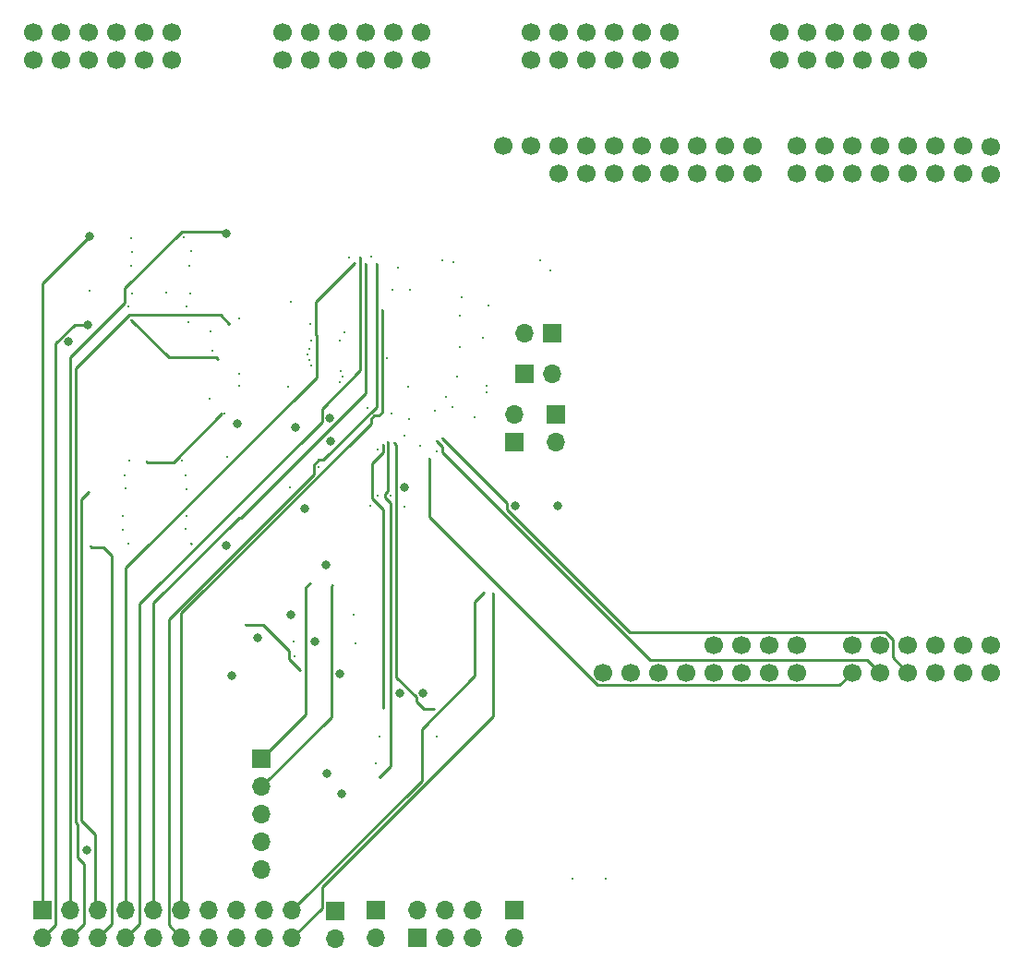
<source format=gbr>
%TF.GenerationSoftware,KiCad,Pcbnew,(6.0.7)*%
%TF.CreationDate,2023-05-12T14:40:02+05:30*%
%TF.ProjectId,DSP_board,4453505f-626f-4617-9264-2e6b69636164,rev?*%
%TF.SameCoordinates,Original*%
%TF.FileFunction,Copper,L2,Inr*%
%TF.FilePolarity,Positive*%
%FSLAX46Y46*%
G04 Gerber Fmt 4.6, Leading zero omitted, Abs format (unit mm)*
G04 Created by KiCad (PCBNEW (6.0.7)) date 2023-05-12 14:40:02*
%MOMM*%
%LPD*%
G01*
G04 APERTURE LIST*
%TA.AperFunction,ComponentPad*%
%ADD10R,1.700000X1.700000*%
%TD*%
%TA.AperFunction,ComponentPad*%
%ADD11O,1.700000X1.700000*%
%TD*%
%TA.AperFunction,ComponentPad*%
%ADD12C,1.700000*%
%TD*%
%TA.AperFunction,ViaPad*%
%ADD13C,0.300000*%
%TD*%
%TA.AperFunction,ViaPad*%
%ADD14C,0.800000*%
%TD*%
%TA.AperFunction,Conductor*%
%ADD15C,0.250000*%
%TD*%
G04 APERTURE END LIST*
D10*
%TO.N,Igrid3*%
%TO.C,JVSI1*%
X100120000Y-140610000D03*
D11*
%TO.N,Vgrid3*%
X100120000Y-143150000D03*
%TO.N,Igrid2*%
X102660000Y-140610000D03*
%TO.N,Vgrid2*%
X102660000Y-143150000D03*
%TO.N,Igrid1*%
X105200000Y-140610000D03*
%TO.N,Vgrid1*%
X105200000Y-143150000D03*
%TO.N,OCD_grid1*%
X107740000Y-140610000D03*
%TO.N,OCD_grd2*%
X107740000Y-143150000D03*
%TO.N,OCD_grid3*%
X110280000Y-140610000D03*
%TO.N,ctrl_gnd*%
X110280000Y-143150000D03*
%TO.N,vsi_ready*%
X112820000Y-140610000D03*
%TO.N,vsi_fault*%
X112820000Y-143150000D03*
%TO.N,VSI32*%
X115360000Y-140610000D03*
%TO.N,VSI31*%
X115360000Y-143150000D03*
%TO.N,VSI22*%
X117900000Y-140610000D03*
%TO.N,VSI21*%
X117900000Y-143150000D03*
%TO.N,VSI12*%
X120440000Y-140610000D03*
%TO.N,VSI11*%
X120440000Y-143150000D03*
%TO.N,SCL*%
X122980000Y-140610000D03*
%TO.N,SDA*%
X122980000Y-143150000D03*
%TD*%
D10*
%TO.N,Net-(IC5-Pad41)*%
%TO.C,J1*%
X147130000Y-95130000D03*
D11*
%TO.N,Net-(J1-Pad2)*%
X147130000Y-97670000D03*
%TD*%
D10*
%TO.N,Net-(IC5-Pad49)*%
%TO.C,J3*%
X144305000Y-91440000D03*
D11*
%TO.N,Net-(J3-Pad2)*%
X146845000Y-91440000D03*
%TD*%
D10*
%TO.N,Analog_in1*%
%TO.C,J9*%
X120180000Y-126700000D03*
D11*
%TO.N,Analog_in2*%
X120180000Y-129240000D03*
%TO.N,Analog_in3*%
X120180000Y-131780000D03*
%TO.N,Analog_in4*%
X120180000Y-134320000D03*
%TO.N,Analog_in5*%
X120180000Y-136860000D03*
%TD*%
D10*
%TO.N,Net-(J2-Pad1)*%
%TO.C,J2*%
X143380000Y-97705000D03*
D11*
%TO.N,Net-(IC5-Pad41)*%
X143380000Y-95165000D03*
%TD*%
D12*
%TO.N,unconnected-(B1-Pad1)*%
%TO.C,B1*%
X151465000Y-118800000D03*
%TO.N,unconnected-(B1-Pad2)*%
X154005000Y-118800000D03*
%TO.N,unconnected-(B1-Pad3)*%
X156545000Y-118800000D03*
%TO.N,FPGA_3v3*%
X159085000Y-118800000D03*
%TO.N,unconnected-(B1-Pad5)*%
X161625000Y-118800000D03*
%TO.N,ctrl_gnd*%
X164165000Y-118800000D03*
X166705000Y-118800000D03*
%TO.N,ctrl_15*%
X169245000Y-118800000D03*
%TO.N,unconnected-(B1-Pad10)*%
X161625000Y-116260000D03*
%TO.N,unconnected-(B1-Pad11)*%
X164165000Y-116260000D03*
%TO.N,unconnected-(B1-Pad12)*%
X166705000Y-116260000D03*
%TO.N,unconnected-(B1-Pad13)*%
X169245000Y-116260000D03*
%TO.N,dc_ready*%
X174325000Y-118800000D03*
%TO.N,dc_fault*%
X176865000Y-118800000D03*
%TO.N,OCD_leakage*%
X179405000Y-118800000D03*
%TO.N,unconnected-(B1-Pad17)*%
X181945000Y-118800000D03*
%TO.N,unconnected-(B1-Pad18)*%
X184485000Y-118800000D03*
%TO.N,unconnected-(B1-Pad19)*%
X187025000Y-118800000D03*
%TO.N,unconnected-(B1-Pad20)*%
X174325000Y-116260000D03*
%TO.N,unconnected-(B1-Pad21)*%
X176865000Y-116260000D03*
%TO.N,unconnected-(B1-Pad22)*%
X179405000Y-116260000D03*
%TO.N,unconnected-(B1-Pad23)*%
X181945000Y-116260000D03*
%TO.N,unconnected-(B1-Pad24)*%
X184485000Y-116260000D03*
%TO.N,unconnected-(B1-Pad25)*%
X187025000Y-116260000D03*
%TO.N,batt_ready*%
X147435000Y-73060000D03*
%TO.N,batt_fault*%
X149975000Y-73060000D03*
%TO.N,DAB2_PWM22*%
X152515000Y-73060000D03*
%TO.N,DAB2_PWM21*%
X155055000Y-73060000D03*
%TO.N,DAB2_PWM12*%
X157595000Y-73060000D03*
%TO.N,DAB2_PWM11*%
X160135000Y-73060000D03*
%TO.N,DAB1PWM22*%
X162675000Y-73060000D03*
%TO.N,DAB1PWM21*%
X165215000Y-73060000D03*
%TO.N,DAB1PWM12*%
X169245000Y-73060000D03*
%TO.N,DAB1PWM11*%
X171785000Y-73060000D03*
%TO.N,VSI32*%
X174325000Y-73060000D03*
%TO.N,VSI31*%
X176865000Y-73060000D03*
%TO.N,VSI22*%
X179405000Y-73060000D03*
%TO.N,VSI21*%
X181945000Y-73060000D03*
%TO.N,VSI12*%
X184485000Y-73060000D03*
%TO.N,VSI11*%
X187025000Y-73080000D03*
%TO.N,SCL*%
X142355000Y-70520000D03*
%TO.N,SDA*%
X144895000Y-70520000D03*
%TO.N,unconnected-(B1-Pad44)*%
X147435000Y-70520000D03*
%TO.N,unconnected-(B1-Pad45)*%
X149975000Y-70520000D03*
%TO.N,vsi_ready*%
X152515000Y-70520000D03*
%TO.N,vsi_fault*%
X155055000Y-70520000D03*
%TO.N,OCD_grid3*%
X157595000Y-70520000D03*
%TO.N,OCD_grd2*%
X160135000Y-70520000D03*
%TO.N,OCD_grid1*%
X162675000Y-70520000D03*
%TO.N,/controller_sheet/en_dab*%
X165215000Y-70520000D03*
%TO.N,/controller_sheet/en_vsi*%
X169245000Y-70520000D03*
%TO.N,/controller_sheet/pwm_dabb2*%
X171785000Y-70520000D03*
%TO.N,/controller_sheet/pwm_daba2*%
X174325000Y-70520000D03*
%TO.N,/controller_sheet/pwmVSI3*%
X176865000Y-70520000D03*
%TO.N,/controller_sheet/pwmVSI2*%
X179405000Y-70520000D03*
%TO.N,/controller_sheet/pwmVSI1*%
X181945000Y-70520000D03*
%TO.N,/controller_sheet/pwm_dabb1*%
X184485000Y-70520000D03*
%TO.N,/controller_sheet/pwm_daba1*%
X187025000Y-70540000D03*
%TO.N,unconnected-(B1-Pad60)*%
X99275000Y-62580000D03*
%TO.N,unconnected-(B1-Pad61)*%
X101815000Y-62580000D03*
%TO.N,unconnected-(B1-Pad62)*%
X104355000Y-62580000D03*
%TO.N,unconnected-(B1-Pad63)*%
X106895000Y-62580000D03*
%TO.N,unconnected-(B1-Pad64)*%
X109435000Y-62580000D03*
%TO.N,unconnected-(B1-Pad65)*%
X111975000Y-62580000D03*
%TO.N,unconnected-(B1-Pad66)*%
X99275000Y-60040000D03*
%TO.N,unconnected-(B1-Pad67)*%
X101815000Y-60040000D03*
%TO.N,unconnected-(B1-Pad68)*%
X104355000Y-60040000D03*
%TO.N,unconnected-(B1-Pad69)*%
X106895000Y-60040000D03*
%TO.N,unconnected-(B1-Pad70)*%
X109435000Y-60040000D03*
%TO.N,unconnected-(B1-Pad71)*%
X111975000Y-60040000D03*
%TO.N,unconnected-(B1-Pad72)*%
X122075000Y-62580000D03*
%TO.N,unconnected-(B1-Pad73)*%
X124615000Y-62580000D03*
%TO.N,unconnected-(B1-Pad74)*%
X127155000Y-62580000D03*
%TO.N,unconnected-(B1-Pad75)*%
X129695000Y-62580000D03*
%TO.N,unconnected-(B1-Pad76)*%
X132235000Y-62580000D03*
%TO.N,unconnected-(B1-Pad77)*%
X134775000Y-62580000D03*
%TO.N,unconnected-(B1-Pad78)*%
X122075000Y-60040000D03*
%TO.N,unconnected-(B1-Pad79)*%
X124615000Y-60040000D03*
%TO.N,unconnected-(B1-Pad80)*%
X127155000Y-60040000D03*
%TO.N,unconnected-(B1-Pad81)*%
X129695000Y-60040000D03*
%TO.N,unconnected-(B1-Pad82)*%
X132235000Y-60040000D03*
%TO.N,unconnected-(B1-Pad83)*%
X134775000Y-60040000D03*
%TO.N,unconnected-(B1-Pad84)*%
X144875000Y-62580000D03*
%TO.N,unconnected-(B1-Pad85)*%
X147415000Y-62580000D03*
%TO.N,unconnected-(B1-Pad86)*%
X149955000Y-62580000D03*
%TO.N,unconnected-(B1-Pad87)*%
X152495000Y-62580000D03*
%TO.N,unconnected-(B1-Pad88)*%
X155035000Y-62580000D03*
%TO.N,unconnected-(B1-Pad89)*%
X157575000Y-62580000D03*
%TO.N,unconnected-(B1-Pad90)*%
X144875000Y-60040000D03*
%TO.N,unconnected-(B1-Pad91)*%
X147415000Y-60040000D03*
%TO.N,unconnected-(B1-Pad92)*%
X149955000Y-60040000D03*
%TO.N,unconnected-(B1-Pad93)*%
X152495000Y-60040000D03*
%TO.N,unconnected-(B1-Pad94)*%
X155035000Y-60040000D03*
%TO.N,unconnected-(B1-Pad95)*%
X157575000Y-60040000D03*
%TO.N,unconnected-(B1-Pad96)*%
X167675000Y-62580000D03*
%TO.N,unconnected-(B1-Pad97)*%
X170215000Y-62580000D03*
%TO.N,unconnected-(B1-Pad98)*%
X172755000Y-62580000D03*
%TO.N,unconnected-(B1-Pad99)*%
X175295000Y-62580000D03*
%TO.N,unconnected-(B1-Pad100)*%
X177835000Y-62580000D03*
%TO.N,unconnected-(B1-Pad101)*%
X180375000Y-62580000D03*
%TO.N,unconnected-(B1-Pad102)*%
X167675000Y-60040000D03*
%TO.N,unconnected-(B1-Pad103)*%
X170215000Y-60040000D03*
%TO.N,unconnected-(B1-Pad104)*%
X172755000Y-60040000D03*
%TO.N,unconnected-(B1-Pad105)*%
X175295000Y-60040000D03*
%TO.N,unconnected-(B1-Pad106)*%
X177835000Y-60040000D03*
%TO.N,unconnected-(B1-Pad107)*%
X180375000Y-60040000D03*
%TD*%
D10*
%TO.N,V_dc_link*%
%TO.C,J8*%
X126905000Y-140670000D03*
D11*
%TO.N,curr_leakeage_i*%
X126905000Y-143210000D03*
%TD*%
D10*
%TO.N,Net-(J4-Pad1)*%
%TO.C,J4*%
X146855000Y-87690000D03*
D11*
%TO.N,Net-(IC5-Pad49)*%
X144315000Y-87690000D03*
%TD*%
D10*
%TO.N,Net-(J5-Pad1)*%
%TO.C,J6*%
X143350000Y-140600000D03*
D11*
%TO.N,ctrl_3v3*%
X143350000Y-143140000D03*
%TD*%
D10*
%TO.N,ctrl_15*%
%TO.C,J_power1*%
X134445000Y-143135000D03*
D11*
%TO.N,ctrl_-15*%
X134445000Y-140595000D03*
%TO.N,ctrl_3v3*%
X136985000Y-143135000D03*
%TO.N,ctrl_gnd*%
X136985000Y-140595000D03*
%TO.N,24_gnd*%
X139525000Y-143135000D03*
%TO.N,V_12*%
X139525000Y-140595000D03*
%TD*%
D10*
%TO.N,batt_v*%
%TO.C,J10*%
X130665000Y-140620000D03*
D11*
%TO.N,batt_curr_0*%
X130665000Y-143160000D03*
%TD*%
D13*
%TO.N,SDA*%
X141440000Y-111560000D03*
%TO.N,SCL*%
X140580000Y-111450000D03*
%TO.N,ctrl_gnd*%
X124710552Y-88335174D03*
X132117135Y-95010498D03*
X122830000Y-84840000D03*
D14*
X126460000Y-97550000D03*
D13*
X133790000Y-83740000D03*
D14*
X143410000Y-103520000D03*
X133310000Y-101858750D03*
D13*
X138390000Y-86100000D03*
D14*
%TO.N,ctrl_-15*%
X102480000Y-88480000D03*
X104170000Y-135130000D03*
%TO.N,ctrl_3v3*%
X147340000Y-103530000D03*
D13*
X130140000Y-103550000D03*
D14*
X126120000Y-128090000D03*
X123250000Y-96320000D03*
X117949268Y-95986904D03*
D13*
X133296250Y-103592500D03*
D14*
X126080000Y-108930000D03*
D13*
X125430000Y-99990000D03*
%TO.N,/controller_sheet/en_dab*%
X145720000Y-80950000D03*
%TO.N,Vgrid1*%
X104520000Y-107240000D03*
D14*
%TO.N,Vgrid3*%
X104250000Y-86900000D03*
D13*
%TO.N,Vgrid2*%
X117250000Y-86810000D03*
D14*
%TO.N,Igrid3*%
X104420000Y-78790000D03*
%TO.N,Igrid2*%
X116910000Y-78510000D03*
D13*
%TO.N,Igrid1*%
X104300000Y-102280000D03*
D14*
%TO.N,batt_curr_0*%
X119820000Y-115600000D03*
%TO.N,batt_v*%
X127310000Y-118960000D03*
X117480000Y-119110000D03*
D13*
%TO.N,curr_leakeage_i*%
X117030000Y-99020000D03*
D14*
%TO.N,V_dc_link*%
X116900000Y-107180000D03*
D13*
%TO.N,/controller_sheet/en_vsi*%
X146620000Y-81950000D03*
%TO.N,Net-(C3-Pad1)*%
X104432327Y-83820000D03*
X108308000Y-84030000D03*
%TO.N,Net-(C9-Pad1)*%
X113528000Y-81500000D03*
%TO.N,Net-(C10-Pad1)*%
X130670000Y-127160000D03*
%TO.N,Net-(C8-Pad1)*%
X131020000Y-124650000D03*
%TO.N,/controller_sheet/pwmVSI3*%
X138520000Y-84390000D03*
%TO.N,/controller_sheet/pwmVSI2*%
X137719502Y-81120000D03*
%TO.N,/controller_sheet/pwmVSI1*%
X136710000Y-81010000D03*
%TO.N,batt_curr_sense*%
X118720000Y-114430000D03*
X123720000Y-118600000D03*
%TO.N,/controller_sheet/pwm_daba1*%
X128190000Y-80730000D03*
%TO.N,Igrid3_sense*%
X124589875Y-90113884D03*
X115623169Y-89261014D03*
X108188000Y-78940000D03*
%TO.N,Igrid2_sense*%
X124535500Y-89120000D03*
X113068000Y-78850000D03*
X118130000Y-86340000D03*
%TO.N,Igrid1_sense*%
X118130000Y-91400000D03*
X127410000Y-91120000D03*
X108064500Y-99340000D03*
%TO.N,Net-(C13-Pad2)*%
X107480000Y-105730000D03*
%TO.N,Vgrid1_sense*%
X127640000Y-91650000D03*
X118140000Y-92510000D03*
X107954500Y-107000000D03*
%TO.N,Vgrid2_sense*%
X124390000Y-89610000D03*
X113488000Y-86650000D03*
X115530000Y-87470000D03*
%TO.N,Vgrid3_sense*%
X124725500Y-90620000D03*
X116130000Y-90010000D03*
X108238000Y-86480000D03*
%TO.N,I_leackage*%
X127360000Y-92150000D03*
X112900000Y-99360000D03*
X115442638Y-93662012D03*
%TO.N,Vdc_link*%
X113694500Y-107020000D03*
X122630000Y-92560000D03*
D14*
%TO.N,Net-(C19-Pad1)*%
X126420000Y-95440000D03*
D13*
%TO.N,/controller_sheet/pwm_daba2*%
X140990000Y-85150000D03*
%TO.N,/controller_sheet/pwm_dabb2*%
X136080000Y-94800000D03*
%TO.N,/controller_sheet/pwm_dabb1*%
X130210000Y-80690000D03*
%TO.N,VDD*%
X132700000Y-81680000D03*
X140450000Y-88109500D03*
X127357812Y-88368858D03*
X133245500Y-97100000D03*
%TO.N,VDDA*%
X130800000Y-98340000D03*
X130820000Y-102602500D03*
X129927439Y-94535082D03*
%TO.N,VDDIO*%
X127780000Y-87600000D03*
X132030000Y-102582500D03*
X132200000Y-83680000D03*
X133719502Y-95519500D03*
X138330000Y-88950000D03*
X124670500Y-86790000D03*
%TO.N,SCITX*%
X136250000Y-98494500D03*
X131704500Y-89980000D03*
%TO.N,SCiRX*%
X134710000Y-98030000D03*
X133570000Y-92580000D03*
%TO.N,TDO*%
X138080000Y-91660000D03*
X139720000Y-95390000D03*
%TO.N,TMS*%
X151760000Y-137700000D03*
%TO.N,Net-(J5-Pad1)*%
X148720000Y-137680000D03*
%TO.N,Net-(C23-Pad1)*%
X136240000Y-124660000D03*
%TO.N,SCL*%
X140790000Y-92480000D03*
%TO.N,SDA*%
X140770000Y-93080000D03*
%TO.N,dc_ready*%
X135524500Y-99220000D03*
%TO.N,dc_fault*%
X136260000Y-97590000D03*
%TO.N,OCD_leakage*%
X136730000Y-97290000D03*
%TO.N,vsi_ready*%
X131230000Y-85580000D03*
%TO.N,vsi_fault*%
X130745500Y-81320000D03*
%TO.N,OCD_grid3*%
X129720498Y-81320000D03*
%TO.N,Net-(C4-Pad1)*%
X128780000Y-116110000D03*
%TO.N,offset_v*%
X109622500Y-99477500D03*
X122790000Y-101850000D03*
D14*
X125082500Y-115987500D03*
D13*
X116750000Y-95040000D03*
X111420000Y-83930000D03*
D14*
X124170000Y-103750000D03*
D13*
%TO.N,OCD_grid1*%
X128720498Y-81210000D03*
%TO.N,OCD_grd2*%
X129220000Y-80720000D03*
%TO.N,batt_fault*%
X137110500Y-93480500D03*
%TO.N,batt_ready*%
X137650000Y-94490000D03*
%TO.N,ADC5*%
X136022038Y-122114152D03*
X132350000Y-97750000D03*
%TO.N,ADC4*%
X130950000Y-128410000D03*
X131789023Y-97654000D03*
%TO.N,ADC3*%
X131370000Y-122080000D03*
X131294500Y-97940000D03*
%TO.N,Analog_in1*%
X124608000Y-110610000D03*
%TO.N,Analog_in2*%
X126695500Y-110750000D03*
D14*
%TO.N,Analog_in3*%
X132810000Y-120710000D03*
%TO.N,Analog_in4*%
X127530000Y-129940000D03*
%TO.N,Analog_in5*%
X135000000Y-120710000D03*
D13*
%TO.N,Net-(C28-Pad2)*%
X123210000Y-117270000D03*
%TO.N,Net-(C1-Pad1)*%
X108218000Y-81530000D03*
%TO.N,Net-(C2-Pad1)*%
X123110000Y-115990000D03*
%TO.N,Net-(C5-Pad1)*%
X107440000Y-104430000D03*
%TO.N,Net-(C6-Pad1)*%
X107670000Y-101920000D03*
%TO.N,Net-(C7-Pad1)*%
X113598000Y-84000000D03*
%TO.N,Net-(C11-Pad2)*%
X107998000Y-85250000D03*
%TO.N,Net-(C12-Pad2)*%
X108278000Y-80210000D03*
%TO.N,Net-(C14-Pad2)*%
X107590000Y-100720000D03*
%TO.N,Net-(C15-Pad1)*%
X113258000Y-85200000D03*
%TO.N,Net-(C20-Pad1)*%
X113220000Y-105610000D03*
%TO.N,Net-(C21-Pad2)*%
X113748000Y-80140000D03*
%TO.N,Net-(C22-Pad2)*%
X113240000Y-100700000D03*
%TO.N,Net-(C24-Pad1)*%
X113250000Y-104400000D03*
%TO.N,Net-(C25-Pad1)*%
X113250000Y-101970000D03*
D14*
%TO.N,Net-(C26-Pad1)*%
X122854375Y-113515625D03*
D13*
%TO.N,Net-(C30-Pad1)*%
X128600000Y-113510000D03*
%TD*%
D15*
%TO.N,ADC3*%
X131360000Y-103842536D02*
X131360000Y-122070000D01*
X130325000Y-102807536D02*
X131360000Y-103842536D01*
X130325000Y-99615000D02*
X130325000Y-102807536D01*
X131300000Y-98640000D02*
X130325000Y-99615000D01*
X131300000Y-97945500D02*
X131300000Y-98640000D01*
X131294500Y-97940000D02*
X131300000Y-97945500D01*
%TO.N,SDA*%
X141440000Y-122786396D02*
X141440000Y-111560000D01*
X125730000Y-138496396D02*
X141440000Y-122786396D01*
X125730000Y-140400000D02*
X125730000Y-138496396D01*
X122980000Y-143150000D02*
X125730000Y-140400000D01*
%TO.N,SCL*%
X134847756Y-123988470D02*
X139710000Y-119126226D01*
X139710000Y-112320000D02*
X140580000Y-111450000D01*
X134847756Y-128742244D02*
X134847756Y-123988470D01*
X139710000Y-119126226D02*
X139710000Y-112320000D01*
X122980000Y-140610000D02*
X134847756Y-128742244D01*
%TO.N,Vgrid1*%
X105680000Y-107300000D02*
X104580000Y-107300000D01*
X104580000Y-107300000D02*
X104520000Y-107240000D01*
X106474278Y-108094278D02*
X105680000Y-107300000D01*
X105200000Y-143150000D02*
X106474278Y-141875722D01*
X106474278Y-141875722D02*
X106474278Y-108094278D01*
%TO.N,Vgrid3*%
X101295000Y-141975000D02*
X101295000Y-88639695D01*
X100120000Y-143150000D02*
X101295000Y-141975000D01*
X103034695Y-86900000D02*
X104250000Y-86900000D01*
X101295000Y-88639695D02*
X103034695Y-86900000D01*
%TO.N,Vgrid2*%
X108032964Y-85985000D02*
X116385000Y-85985000D01*
X103300000Y-132700000D02*
X103110000Y-132510000D01*
X103110000Y-132510000D02*
X103110000Y-90907964D01*
X103934278Y-136391027D02*
X103300000Y-135756749D01*
X103934278Y-141875722D02*
X103934278Y-136391027D01*
X103110000Y-90907964D02*
X108032964Y-85985000D01*
X116385000Y-85985000D02*
X117190000Y-86790000D01*
X103300000Y-135756749D02*
X103300000Y-132700000D01*
X102660000Y-143150000D02*
X103934278Y-141875722D01*
%TO.N,Igrid3*%
X100120000Y-140610000D02*
X100120000Y-83090000D01*
X100120000Y-83090000D02*
X104420000Y-78790000D01*
%TO.N,Igrid2*%
X116755000Y-78355000D02*
X116910000Y-78510000D01*
X102660000Y-140610000D02*
X102660000Y-89887964D01*
X107660000Y-84887964D02*
X107660000Y-83557964D01*
X112862964Y-78355000D02*
X116755000Y-78355000D01*
X102660000Y-89887964D02*
X107660000Y-84887964D01*
X107660000Y-83557964D02*
X112862964Y-78355000D01*
%TO.N,Igrid1*%
X103630000Y-102950000D02*
X104300000Y-102280000D01*
X105200000Y-140610000D02*
X104895000Y-140305000D01*
X103630000Y-132393604D02*
X103630000Y-102950000D01*
X104895000Y-140305000D02*
X104895000Y-133658604D01*
X104895000Y-133658604D02*
X103630000Y-132393604D01*
%TO.N,batt_curr_sense*%
X122715000Y-117595000D02*
X122715000Y-116795000D01*
X122715000Y-116795000D02*
X120329500Y-114409500D01*
X120329500Y-114409500D02*
X118720000Y-114409500D01*
X123720000Y-118600000D02*
X122715000Y-117595000D01*
%TO.N,Vgrid3_sense*%
X111658000Y-89900000D02*
X116020000Y-89900000D01*
X108238000Y-86480000D02*
X111658000Y-89900000D01*
X116020000Y-89900000D02*
X116130000Y-90010000D01*
%TO.N,Vdc_link*%
X113745000Y-106969500D02*
X113694500Y-107020000D01*
%TO.N,dc_ready*%
X135524500Y-104521201D02*
X150978299Y-119975000D01*
X135524500Y-99220000D02*
X135524500Y-104521201D01*
X150978299Y-119975000D02*
X173150000Y-119975000D01*
X173150000Y-119975000D02*
X174325000Y-118800000D01*
%TO.N,dc_fault*%
X176865000Y-118800000D02*
X175690000Y-117625000D01*
X155805000Y-117625000D02*
X136745000Y-98565000D01*
X136745000Y-98565000D02*
X136745000Y-98075000D01*
X136745000Y-98075000D02*
X136260000Y-97590000D01*
X175690000Y-117625000D02*
X155805000Y-117625000D01*
%TO.N,OCD_leakage*%
X136730000Y-97290000D02*
X142685000Y-103245000D01*
X153904999Y-115085000D02*
X177351701Y-115085000D01*
X142685000Y-103865000D02*
X153904999Y-115085000D01*
X178040000Y-117435000D02*
X179405000Y-118800000D01*
X142685000Y-103245000D02*
X142685000Y-103865000D01*
X178040000Y-115773299D02*
X178040000Y-117435000D01*
X177351701Y-115085000D02*
X178040000Y-115773299D01*
%TO.N,vsi_ready*%
X130225498Y-95544464D02*
X130515462Y-95254500D01*
X131209500Y-89774964D02*
X131230000Y-89754464D01*
X130925534Y-95254500D02*
X131230000Y-94950034D01*
X130225498Y-95954536D02*
X130225498Y-95544464D01*
X131230000Y-90205536D02*
X131209500Y-90185036D01*
X131209500Y-90185036D02*
X131209500Y-89774964D01*
X112820000Y-140610000D02*
X112820000Y-113360034D01*
X130515462Y-95254500D02*
X130925534Y-95254500D01*
X112820000Y-113360034D02*
X130225498Y-95954536D01*
X131230000Y-89754464D02*
X131230000Y-85580000D01*
X131230000Y-94950034D02*
X131230000Y-90205536D01*
X112820000Y-113360034D02*
X112905017Y-113275017D01*
%TO.N,vsi_fault*%
X124935000Y-100608638D02*
X111645000Y-113898638D01*
X111645000Y-113898638D02*
X111645000Y-141975000D01*
X130745500Y-81320000D02*
X130720000Y-81345500D01*
X124935000Y-99784964D02*
X124935000Y-100608638D01*
X125841837Y-99291729D02*
X125428235Y-99291729D01*
X111645000Y-141975000D02*
X112820000Y-143150000D01*
X130720000Y-81345500D02*
X130720000Y-94413566D01*
X125428235Y-99291729D02*
X124935000Y-99784964D01*
X130720000Y-94413566D02*
X125841837Y-99291729D01*
%TO.N,OCD_grid3*%
X118110000Y-104570000D02*
X110280000Y-112400000D01*
X129715498Y-93169807D02*
X118315305Y-104570000D01*
X129715498Y-81325000D02*
X129715498Y-93169807D01*
X129720498Y-81320000D02*
X129715498Y-81325000D01*
X110280000Y-112400000D02*
X110280000Y-140610000D01*
X118315305Y-104570000D02*
X118110000Y-104570000D01*
%TO.N,offset_v*%
X116519964Y-95040000D02*
X112069964Y-99490000D01*
X112069964Y-99490000D02*
X109660000Y-99490000D01*
%TO.N,OCD_grid1*%
X107740000Y-140610000D02*
X107740000Y-109209964D01*
X125145000Y-87815036D02*
X125145000Y-84785498D01*
X125200000Y-91749964D02*
X125200000Y-87870036D01*
X107740000Y-109209964D02*
X125200000Y-91749964D01*
X125200000Y-87870036D02*
X125145000Y-87815036D01*
X125145000Y-84785498D02*
X128720498Y-81210000D01*
%TO.N,OCD_grd2*%
X125695000Y-94595000D02*
X125695000Y-95775000D01*
X129215498Y-91074502D02*
X125695000Y-94595000D01*
X109014278Y-112455722D02*
X109014278Y-141875722D01*
X125695000Y-95775000D02*
X109014278Y-112455722D01*
X129220000Y-80720000D02*
X129215498Y-80724502D01*
X129215498Y-80724502D02*
X129215498Y-91074502D01*
X109014278Y-141875722D02*
X107740000Y-143150000D01*
%TO.N,ADC5*%
X134350000Y-121050000D02*
X132525000Y-119225000D01*
X136022038Y-122114152D02*
X135034152Y-122114152D01*
X132525000Y-119225000D02*
X132525000Y-97925000D01*
X132525000Y-97925000D02*
X132350000Y-97750000D01*
X135034152Y-122114152D02*
X134350000Y-121430000D01*
X134350000Y-121430000D02*
X134350000Y-121050000D01*
%TO.N,ADC4*%
X131990000Y-103242536D02*
X131990000Y-127370000D01*
X131535000Y-102787536D02*
X131990000Y-103242536D01*
X131990000Y-127370000D02*
X130950000Y-128410000D01*
X131790000Y-102122464D02*
X131535000Y-102377464D01*
X131789023Y-97654000D02*
X131790000Y-97654977D01*
X131535000Y-102377464D02*
X131535000Y-102787536D01*
X131790000Y-97654977D02*
X131790000Y-102122464D01*
%TO.N,Analog_in1*%
X124215000Y-122665000D02*
X124215000Y-111003000D01*
X124215000Y-111003000D02*
X124608000Y-110610000D01*
X120180000Y-126700000D02*
X124215000Y-122665000D01*
%TO.N,Analog_in2*%
X126695500Y-110750000D02*
X126554500Y-110891000D01*
X126554500Y-122865500D02*
X120180000Y-129240000D01*
X126554500Y-110891000D02*
X126554500Y-122865500D01*
%TD*%
M02*

</source>
